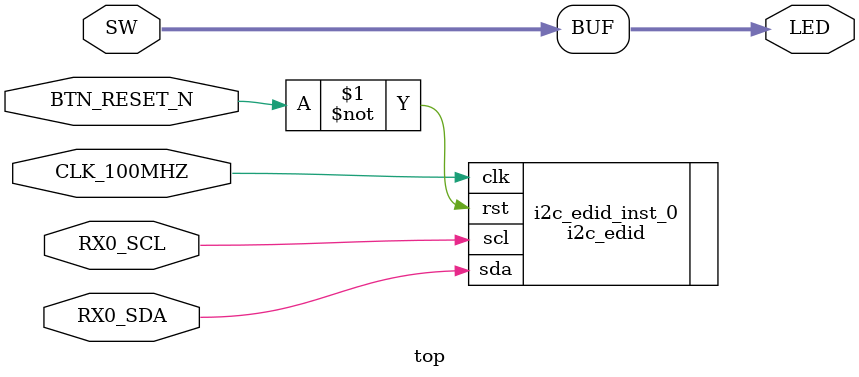
<source format=v>
`default_nettype none
`include "./setup.v"

module top (
	// CLOCK
	input  wire       CLK_100MHZ,        // 100MHz system clock signal
	// SWITCH
	input  wire       BTN_RESET_N,
	input  wire [7:0] SW,                // switches
	output wire [7:0] LED,
//	// TMDS INPUT (J3)
//	input  wire [3:0] RX0_TMDS,
//	input  wire [3:0] RX0_TMDSB,
	input  wire       RX0_SCL,
	inout  wire       RX0_SDA
);

i2c_edid # (
//	.HEX_FILE("/home/tmatsuya/i2c_edid/software/edid/DELL3007WFP.hex")
//	.HEX_FILE("/home/tmatsuya/i2c_edid/software/edid/HP2159.hex")
	.HEX_FILE("/home/tmatsuya/i2c_edid/software/edid/BENQ_E2200HD.hex")
) i2c_edid_inst_0 (
`ifdef DEBUG
	.switch(SW),
	.led(LED),
`endif
	.clk(CLK_100MHZ),
	.rst(~BTN_RESET_N),
	.scl(RX0_SCL),
	.sda(RX0_SDA)
);

`ifndef DEBUG
assign LED = SW;
`endif

endmodule // top
`default_nettype wire

</source>
